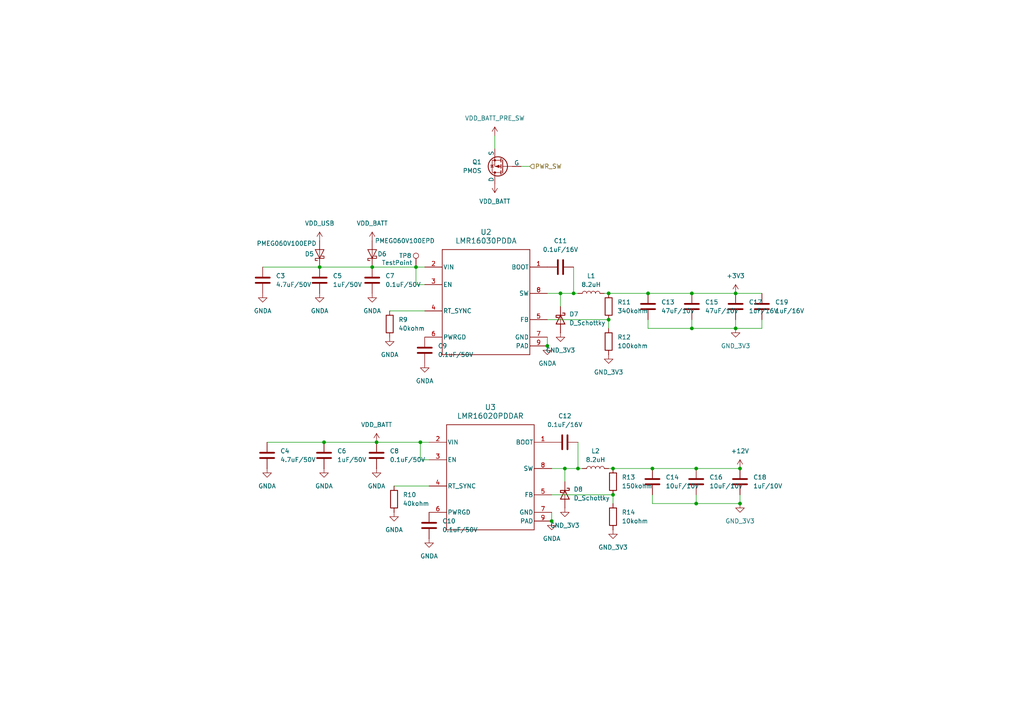
<source format=kicad_sch>
(kicad_sch (version 20231120) (generator "eeschema") (generator_version "8.0")
  (paper "A4")
  (lib_symbols
    (symbol "Connector:TestPoint" (pin_numbers hide) (pin_names (offset 0.762) hide)
      (property "Reference" "TP" (at 0 6.858 0))
      (property "Value" "TestPoint" (at 0 5.08 0))
      (symbol "TestPoint_0_1"
        (circle (center 0 3.302) (radius 0.762))
      )
      (symbol "TestPoint_1_1"
        (pin passive line (at 0 0 90) (length 2.54) (name "1") (number "1"))
      )
    )
    (symbol "Device:C" (pin_numbers hide) (pin_names (offset 0.254))
      (property "Reference" "C" (at 0.635 2.54 0))
      (property "Value" "C" (at 0.635 -2.54 0))
      (symbol "C_0_1"
        (polyline (pts (xy -2.032 -0.762) (xy 2.032 -0.762)) (stroke (width 0.508)))
        (polyline (pts (xy -2.032 0.762) (xy 2.032 0.762)) (stroke (width 0.508)))
      )
      (symbol "C_1_1"
        (pin passive line (at 0 3.81 270) (length 2.794) (name "~") (number "1"))
        (pin passive line (at 0 -3.81 90) (length 2.794) (name "~") (number "2"))
      )
    )
    (symbol "Device:D_Schottky" (pin_numbers hide) (pin_names (offset 1.016) hide)
      (property "Reference" "D" (at 0 2.54 0))
      (property "Value" "D_Schottky" (at 0 -2.54 0))
      (symbol "D_Schottky_0_1"
        (polyline (pts (xy 1.27 0) (xy -1.27 0)))
        (polyline (pts (xy 1.27 1.27) (xy 1.27 -1.27) (xy -1.27 0) (xy 1.27 1.27)) (stroke (width 0.254)))
        (polyline (pts (xy -1.905 0.635) (xy -1.905 1.27) (xy -1.27 1.27) (xy -1.27 -1.27) (xy -0.635 -1.27) (xy -0.635 -0.635)) (stroke (width 0.254)))
      )
      (symbol "D_Schottky_1_1"
        (pin passive line (at -3.81 0 0) (length 2.54) (name "K") (number "1"))
        (pin passive line (at 3.81 0 180) (length 2.54) (name "A") (number "2"))
      )
    )
    (symbol "Device:L" (pin_numbers hide) (pin_names (offset 1.016) hide)
      (property "Reference" "L" (at -1.27 0 90))
      (property "Value" "L" (at 1.905 0 90))
      (symbol "L_0_1"
        (arc (start 0 -2.54) (mid 0.6323 -1.905) (end 0 -1.27))
        (arc (start 0 -1.27) (mid 0.6323 -0.635) (end 0 0))
        (arc (start 0 0) (mid 0.6323 0.635) (end 0 1.27))
        (arc (start 0 1.27) (mid 0.6323 1.905) (end 0 2.54))
      )
      (symbol "L_1_1"
        (pin passive line (at 0 3.81 270) (length 1.27) (name "1") (number "1"))
        (pin passive line (at 0 -3.81 90) (length 1.27) (name "2") (number "2"))
      )
    )
    (symbol "Device:R" (pin_numbers hide) (pin_names (offset 0))
      (property "Reference" "R" (at 2.032 0 90))
      (property "Value" "R" (at 0 0 90))
      (symbol "R_0_1"
        (rectangle (start -1.016 -2.54) (end 1.016 2.54) (stroke (width 0.254)))
      )
      (symbol "R_1_1"
        (pin passive line (at 0 3.81 270) (length 1.27) (name "~") (number "1"))
        (pin passive line (at 0 -3.81 90) (length 1.27) (name "~") (number "2"))
      )
    )
    (symbol "Diode:PMEG060V100EPD" (pin_numbers hide) (pin_names hide)
      (property "Reference" "D" (at 0 2.54 0))
      (property "Value" "PMEG060V100EPD" (at 0 -2.54 0))
      (symbol "PMEG060V100EPD_0_1"
        (polyline (pts (xy 1.27 0) (xy -1.27 0)))
        (polyline (pts (xy 1.27 1.27) (xy 1.27 -1.27) (xy -1.27 0) (xy 1.27 1.27)) (stroke (width 0.2032)))
        (polyline (pts (xy -1.905 0.635) (xy -1.905 1.27) (xy -1.27 1.27) (xy -1.27 -1.27) (xy -0.635 -1.27) (xy -0.635 -0.635)) (stroke (width 0.2032)))
      )
      (symbol "PMEG060V100EPD_1_1"
        (pin passive line (at 3.81 0 180) (length 2.54) (name "A") (number "1"))
        (pin passive line (at 3.81 0 180) (length 2.54) hide (name "A") (number "2"))
        (pin passive line (at -3.81 0 0) (length 2.54) (name "K") (number "3"))
      )
    )
    (symbol "LMR16020PDDAR:LMR16020PDDAR" (pin_names (offset 0.254))
      (property "Reference" "U" (at 0 2.54 0))
      (property "Value" "LMR16020PDDAR" (at 0 0 0))
      (symbol "LMR16020PDDAR_0_1"
        (polyline (pts (xy -12.7 -15.24) (xy 12.7 -15.24)) (stroke (width 0.2032)))
        (polyline (pts (xy -12.7 15.24) (xy -12.7 -15.24)) (stroke (width 0.2032)))
        (polyline (pts (xy 12.7 -15.24) (xy 12.7 15.24)) (stroke (width 0.2032)))
        (polyline (pts (xy 12.7 15.24) (xy -12.7 15.24)) (stroke (width 0.2032)))
        (pin unspecified line (at 17.78 10.16 180) (length 5.08) (name "BOOT") (number "1"))
        (pin power_in line (at -17.78 10.16 0) (length 5.08) (name "VIN") (number "2"))
        (pin input line (at -17.78 5.08 0) (length 5.08) (name "EN") (number "3"))
        (pin unspecified line (at -17.78 -2.54 0) (length 5.08) (name "RT_SYNC") (number "4"))
        (pin input line (at 17.78 -5.08 180) (length 5.08) (name "FB") (number "5"))
        (pin output line (at -17.78 -10.16 0) (length 5.08) (name "PWRGD") (number "6"))
        (pin power_in line (at 17.78 -10.16 180) (length 5.08) (name "GND") (number "7"))
        (pin power_in line (at 17.78 2.54 180) (length 5.08) (name "SW") (number "8"))
        (pin power_in line (at 17.78 -12.7 180) (length 5.08) (name "PAD") (number "9"))
      )
    )
    (symbol "LMR16030PDDA:LMR16030PDDA" (pin_names (offset 0.254))
      (property "Reference" "U" (at 0 2.54 0))
      (property "Value" "LMR16030PDDA" (at 0 0 0))
      (symbol "LMR16030PDDA_0_1"
        (polyline (pts (xy -12.7 -15.24) (xy 12.7 -15.24)) (stroke (width 0.2032)))
        (polyline (pts (xy -12.7 15.24) (xy -12.7 -15.24)) (stroke (width 0.2032)))
        (polyline (pts (xy 12.7 -15.24) (xy 12.7 15.24)) (stroke (width 0.2032)))
        (polyline (pts (xy 12.7 15.24) (xy -12.7 15.24)) (stroke (width 0.2032)))
        (pin unspecified line (at 17.78 10.16 180) (length 5.08) (name "BOOT") (number "1"))
        (pin power_in line (at -17.78 10.16 0) (length 5.08) (name "VIN") (number "2"))
        (pin input line (at -17.78 5.08 0) (length 5.08) (name "EN") (number "3"))
        (pin unspecified line (at -17.78 -2.54 0) (length 5.08) (name "RT_SYNC") (number "4"))
        (pin input line (at 17.78 -5.08 180) (length 5.08) (name "FB") (number "5"))
        (pin output line (at -17.78 -10.16 0) (length 5.08) (name "PWRGD") (number "6"))
        (pin power_in line (at 17.78 -10.16 180) (length 5.08) (name "GND") (number "7"))
        (pin power_in line (at 17.78 2.54 180) (length 5.08) (name "SW") (number "8"))
        (pin power_in line (at 17.78 -12.7 180) (length 5.08) (name "PAD") (number "9"))
      )
    )
    (symbol "Simulation_SPICE:PMOS" (pin_numbers hide) (pin_names (offset 0))
      (property "Reference" "Q" (at 5.08 1.27 0))
      (property "Value" "PMOS" (at 5.08 -1.27 0))
      (symbol "PMOS_0_1"
        (polyline (pts (xy 0.254 0) (xy -2.54 0)))
        (polyline (pts (xy 0.254 1.905) (xy 0.254 -1.905)) (stroke (width 0.254)))
        (polyline (pts (xy 0.762 -1.27) (xy 0.762 -2.286)) (stroke (width 0.254)))
        (polyline (pts (xy 0.762 0.508) (xy 0.762 -0.508)) (stroke (width 0.254)))
        (polyline (pts (xy 0.762 2.286) (xy 0.762 1.27)) (stroke (width 0.254)))
        (polyline (pts (xy 2.54 2.54) (xy 2.54 1.778)))
        (polyline (pts (xy 2.54 -2.54) (xy 2.54 0) (xy 0.762 0)))
        (polyline (pts (xy 0.762 1.778) (xy 3.302 1.778) (xy 3.302 -1.778) (xy 0.762 -1.778)))
        (polyline (pts (xy 2.286 0) (xy 1.27 0.381) (xy 1.27 -0.381) (xy 2.286 0)) (fill (type outline)))
        (polyline (pts (xy 2.794 -0.508) (xy 2.921 -0.381) (xy 3.683 -0.381) (xy 3.81 -0.254)))
        (polyline (pts (xy 3.302 -0.381) (xy 2.921 0.254) (xy 3.683 0.254) (xy 3.302 -0.381)))
        (circle (center 1.651 0) (radius 2.794) (stroke (width 0.254)))
        (circle (center 2.54 -1.778) (radius 0.254) (fill (type outline)))
        (circle (center 2.54 1.778) (radius 0.254) (fill (type outline)))
      )
      (symbol "PMOS_1_1"
        (pin passive line (at 2.54 5.08 270) (length 2.54) (name "D") (number "1"))
        (pin input line (at -5.08 0 0) (length 2.54) (name "G") (number "2"))
        (pin passive line (at 2.54 -5.08 90) (length 2.54) (name "S") (number "3"))
      )
    )
    (symbol "power:+3V3" (power) (pin_numbers hide) (pin_names (offset 0) hide)
      (property "Value" "+3V3" (at 0 3.556 0))
      (symbol "+3V3_0_1"
        (polyline (pts (xy -0.762 1.27) (xy 0 2.54)))
        (polyline (pts (xy 0 0) (xy 0 2.54)))
        (polyline (pts (xy 0 2.54) (xy 0.762 1.27)))
      )
      (symbol "+3V3_1_1"
        (pin power_in line (at 0 0 90) (length 0) (name "~") (number "1"))
      )
    )
    (symbol "power:GND" (power) (pin_numbers hide) (pin_names (offset 0) hide)
      (property "Value" "GND" (at 0 -3.81 0))
      (symbol "GND_0_1"
        (polyline (pts (xy 0 0) (xy 0 -1.27) (xy 1.27 -1.27) (xy 0 -2.54) (xy -1.27 -1.27) (xy 0 -1.27)))
      )
      (symbol "GND_1_1"
        (pin power_in line (at 0 0 270) (length 0) (name "~") (number "1"))
      )
    )
    (symbol "power:GNDA" (power) (pin_numbers hide) (pin_names (offset 0) hide)
      (property "Value" "GNDA" (at 0 -3.81 0))
      (symbol "GNDA_0_1"
        (polyline (pts (xy 0 0) (xy 0 -1.27) (xy 1.27 -1.27) (xy 0 -2.54) (xy -1.27 -1.27) (xy 0 -1.27)))
      )
      (symbol "GNDA_1_1"
        (pin power_in line (at 0 0 270) (length 0) (name "~") (number "1"))
      )
    )
  )
  (junction (at 214.63 135.89))
  (junction (at 176.53 92.71))
  (junction (at 176.53 85.09))
  (junction (at 163.83 135.89))
  (junction (at 93.98 128.27))
  (junction (at 201.93 146.05))
  (junction (at 200.66 85.09))
  (junction (at 177.8 135.89))
  (junction (at 213.36 85.09))
  (junction (at 177.8 143.51))
  (junction (at 158.75 100.33))
  (junction (at 187.96 85.09))
  (junction (at 214.63 146.05))
  (junction (at 189.23 135.89))
  (junction (at 162.56 85.09))
  (junction (at 160.02 151.13))
  (junction (at 200.66 95.25))
  (junction (at 167.64 135.89))
  (junction (at 107.95 77.47))
  (junction (at 109.22 128.27))
  (junction (at 92.71 77.47))
  (junction (at 213.36 95.25))
  (junction (at 201.93 135.89))
  (junction (at 120.65 77.47))
  (junction (at 166.37 85.09))
  (junction (at 121.92 128.27))
  (wire (pts (xy 177.8 143.51) (xy 177.8 146.05)))
  (wire (pts (xy 175.26 85.09) (xy 176.53 85.09)))
  (wire (pts (xy 189.23 135.89) (xy 201.93 135.89)))
  (wire (pts (xy 123.19 82.55) (xy 120.65 82.55)))
  (wire (pts (xy 176.53 92.71) (xy 176.53 95.25)))
  (wire (pts (xy 121.92 133.35) (xy 121.92 128.27)))
  (wire (pts (xy 167.64 85.09) (xy 166.37 85.09)))
  (wire (pts (xy 187.96 85.09) (xy 200.66 85.09)))
  (wire (pts (xy 201.93 143.51) (xy 201.93 146.05)))
  (wire (pts (xy 76.2 77.47) (xy 92.71 77.47)))
  (wire (pts (xy 187.96 95.25) (xy 187.96 92.71)))
  (wire (pts (xy 168.91 135.89) (xy 167.64 135.89)))
  (wire (pts (xy 160.02 148.59) (xy 160.02 151.13)))
  (wire (pts (xy 77.47 128.27) (xy 93.98 128.27)))
  (wire (pts (xy 109.22 128.27) (xy 121.92 128.27)))
  (wire (pts (xy 120.65 77.47) (xy 123.19 77.47)))
  (wire (pts (xy 200.66 85.09) (xy 213.36 85.09)))
  (wire (pts (xy 92.71 77.47) (xy 107.95 77.47)))
  (wire (pts (xy 220.98 92.71) (xy 220.98 95.25)))
  (wire (pts (xy 201.93 135.89) (xy 214.63 135.89)))
  (wire (pts (xy 120.65 82.55) (xy 120.65 77.47)))
  (wire (pts (xy 162.56 85.09) (xy 158.75 85.09)))
  (wire (pts (xy 177.8 135.89) (xy 189.23 135.89)))
  (wire (pts (xy 220.98 95.25) (xy 213.36 95.25)))
  (wire (pts (xy 176.53 85.09) (xy 187.96 85.09)))
  (wire (pts (xy 160.02 143.51) (xy 177.8 143.51)))
  (wire (pts (xy 189.23 146.05) (xy 201.93 146.05)))
  (wire (pts (xy 214.63 146.05) (xy 201.93 146.05)))
  (wire (pts (xy 187.96 95.25) (xy 200.66 95.25)))
  (wire (pts (xy 213.36 95.25) (xy 200.66 95.25)))
  (wire (pts (xy 121.92 128.27) (xy 124.46 128.27)))
  (wire (pts (xy 176.53 135.89) (xy 177.8 135.89)))
  (wire (pts (xy 214.63 143.51) (xy 214.63 146.05)))
  (wire (pts (xy 166.37 77.47) (xy 166.37 85.09)))
  (wire (pts (xy 167.64 128.27) (xy 167.64 135.89)))
  (wire (pts (xy 158.75 97.79) (xy 158.75 100.33)))
  (wire (pts (xy 153.67 48.26) (xy 151.13 48.26)))
  (wire (pts (xy 200.66 92.71) (xy 200.66 95.25)))
  (wire (pts (xy 163.83 135.89) (xy 160.02 135.89)))
  (wire (pts (xy 163.83 135.89) (xy 163.83 139.7)))
  (wire (pts (xy 114.3 140.97) (xy 124.46 140.97)))
  (wire (pts (xy 143.51 39.37) (xy 143.51 43.18)))
  (wire (pts (xy 167.64 135.89) (xy 163.83 135.89)))
  (wire (pts (xy 166.37 85.09) (xy 162.56 85.09)))
  (wire (pts (xy 124.46 133.35) (xy 121.92 133.35)))
  (wire (pts (xy 189.23 146.05) (xy 189.23 143.51)))
  (wire (pts (xy 213.36 92.71) (xy 213.36 95.25)))
  (wire (pts (xy 158.75 92.71) (xy 176.53 92.71)))
  (wire (pts (xy 113.03 90.17) (xy 123.19 90.17)))
  (wire (pts (xy 107.95 77.47) (xy 120.65 77.47)))
  (wire (pts (xy 162.56 85.09) (xy 162.56 88.9)))
  (wire (pts (xy 93.98 128.27) (xy 109.22 128.27)))
  (wire (pts (xy 213.36 85.09) (xy 220.98 85.09)))
  (hierarchical_label "PWR_SW" (shape input) (at 153.67 48.26 0))
  (symbol (lib_id "power:+3V3") (at 109.22 128.27 0) (unit 1)
    (property "Reference" "#PWR063" (effects (hide yes)))
    (property "Value" "VDD_BATT" (at 109.22 123.19 0))
    (property "Description" "Power symbol creates a global label with name \"+3V3\"" (effects (hide yes)))
  )
  (symbol (lib_id "Device:C") (at 123.19 101.6 0) (unit 1)
    (property "Reference" "C9" (at 127 100.3299 0) (effects (justify left)))
    (property "Value" "0.1uF/50V" (at 127 102.8699 0) (effects (justify left)))
    (property "Footprint" "Capacitor_SMD:C_0603_1608Metric" (effects (hide yes)))
    (property "Description" "Unpolarized capacitor" (effects (hide yes)))
    (property "MANUF_PN" "C0603C104K5RAC7411" (effects (hide yes)))
  )
  (symbol (lib_id "Device:C") (at 163.83 128.27 270) (unit 1)
    (property "Reference" "C12" (at 163.83 120.65 90))
    (property "Value" "0.1uF/16V" (at 163.83 123.19 90))
    (property "Footprint" "Capacitor_SMD:C_0603_1608Metric" (effects (hide yes)))
    (property "Description" "Unpolarized capacitor" (effects (hide yes)))
    (property "MANUF_PN" "C0603C104K5RAC7411" (effects (hide yes)))
  )
  (symbol (lib_id "power:GNDA") (at 93.98 135.89 0) (unit 1)
    (property "Reference" "#PWR060" (effects (hide yes)))
    (property "Value" "GNDA" (at 93.98 140.97 0))
    (property "Description" "Power symbol creates a global label with name \"GNDA\" , analog ground" (effects (hide yes)))
  )
  (symbol (lib_id "power:GNDA") (at 124.46 156.21 0) (unit 1)
    (property "Reference" "#PWR068" (effects (hide yes)))
    (property "Value" "GNDA" (at 124.46 161.29 0))
    (property "Description" "Power symbol creates a global label with name \"GNDA\" , analog ground" (effects (hide yes)))
  )
  (symbol (lib_id "Device:R") (at 113.03 93.98 0) (unit 1)
    (property "Reference" "R9" (at 115.57 92.7099 0) (effects (justify left)))
    (property "Value" "40kohm" (at 115.57 95.2499 0) (effects (justify left)))
    (property "Footprint" "Resistor_SMD:R_0603_1608Metric" (effects (hide yes)))
    (property "Description" "Resistor" (effects (hide yes)))
    (property "MANUF_PN" "RT0603BRD0740KL" (effects (hide yes)))
  )
  (symbol (lib_id "power:GND") (at 177.8 153.67 0) (unit 1)
    (property "Reference" "#PWR076" (effects (hide yes)))
    (property "Value" "GND_3V3" (at 177.8 158.75 0))
    (property "Description" "Power symbol creates a global label with name \"GND\" , ground" (effects (hide yes)))
  )
  (symbol (lib_id "power:GND") (at 162.56 96.52 0) (unit 1)
    (property "Reference" "#PWR073" (effects (hide yes)))
    (property "Value" "GND_3V3" (at 162.56 101.6 0))
    (property "Description" "Power symbol creates a global label with name \"GND\" , ground" (effects (hide yes)))
  )
  (symbol (lib_id "Device:R") (at 176.53 88.9 180) (unit 1)
    (property "Reference" "R11" (at 179.07 87.6299 0) (effects (justify right)))
    (property "Value" "340kohm" (at 179.07 90.1699 0) (effects (justify right)))
    (property "Footprint" "Resistor_SMD:R_0603_1608Metric" (effects (hide yes)))
    (property "Description" "Resistor" (effects (hide yes)))
    (property "MANUF_PN" "RMCF0603FT340K" (effects (hide yes)))
  )
  (symbol (lib_id "Device:D_Schottky") (at 162.56 92.71 270) (unit 1)
    (property "Reference" "D7" (at 165.1 91.1224 90) (effects (justify left)))
    (property "Value" "D_Schottky" (at 165.1 93.6624 90) (effects (justify left)))
    (property "Footprint" "Diode_SMD:Nexperia_CFP3_SOD-123W" (effects (hide yes)))
    (property "Description" "Schottky diode" (effects (hide yes)))
    (property "MANUF_PN" "PMEG60T30ELR-QX" (effects (hide yes)))
  )
  (symbol (lib_id "Connector:TestPoint") (at 120.65 77.47 0) (unit 1)
    (property "Reference" "TP8" (at 119.38 74.168 0) (effects (justify right)))
    (property "Value" "TestPoint" (at 119.634 76.2 0) (effects (justify right)))
    (property "Footprint" "Connector_PinHeader_2.54mm:PinHeader_1x02_P2.54mm_Vertical" (effects (hide yes)))
    (property "Description" "test point" (effects (hide yes)))
    (property "MANUF_PN" "N/A" (effects (hide yes)))
  )
  (symbol (lib_id "power:GND") (at 214.63 146.05 0) (unit 1)
    (property "Reference" "#PWR080" (effects (hide yes)))
    (property "Value" "GND_3V3" (at 214.63 151.13 0))
    (property "Description" "Power symbol creates a global label with name \"GND\" , ground" (effects (hide yes)))
  )
  (symbol (lib_id "power:+3V3") (at 213.36 85.09 0) (unit 1)
    (property "Reference" "#PWR077" (effects (hide yes)))
    (property "Value" "+3V3" (at 213.36 80.01 0))
    (property "Description" "Power symbol creates a global label with name \"+3V3\"" (effects (hide yes)))
  )
  (symbol (lib_id "Device:L") (at 171.45 85.09 90) (unit 1)
    (property "Reference" "L1" (at 171.45 80.01 90))
    (property "Value" "8.2uH" (at 171.45 82.55 90))
    (property "Footprint" "Inductor_SMD:L_Wuerth_MAPI-4030" (effects (hide yes)))
    (property "Datasheet" "74438357082" (effects (hide yes)))
    (property "Description" "Inductor" (effects (hide yes)))
    (property "MANUF_PN" "74438357082" (effects (hide yes)))
  )
  (symbol (lib_id "Device:D_Schottky") (at 163.83 143.51 270) (unit 1)
    (property "Reference" "D8" (at 166.37 141.9224 90) (effects (justify left)))
    (property "Value" "D_Schottky" (at 166.37 144.4624 90) (effects (justify left)))
    (property "Footprint" "Diode_SMD:Nexperia_CFP3_SOD-123W" (effects (hide yes)))
    (property "Description" "Schottky diode" (effects (hide yes)))
    (property "MANUF_PN" "PMEG60T30ELR-QX" (effects (hide yes)))
  )
  (symbol (lib_id "Device:C") (at 200.66 88.9 0) (unit 1)
    (property "Reference" "C15" (at 204.47 87.6299 0) (effects (justify left)))
    (property "Value" "47uF/10V" (at 204.47 90.1699 0) (effects (justify left)))
    (property "Footprint" "Capacitor_SMD:C_1210_3225Metric" (effects (hide yes)))
    (property "Datasheet" "C3225X7S1H106M250AB" (effects (hide yes)))
    (property "Description" "Unpolarized capacitor" (effects (hide yes)))
    (property "MANUF_PN" "LMK325B7476MM-PR" (effects (hide yes)))
  )
  (symbol (lib_id "Device:R") (at 177.8 139.7 180) (unit 1)
    (property "Reference" "R13" (at 180.34 138.4299 0) (effects (justify right)))
    (property "Value" "150kohm" (at 180.34 140.9699 0) (effects (justify right)))
    (property "Footprint" "Resistor_SMD:R_0603_1608Metric" (effects (hide yes)))
    (property "Description" "Resistor" (effects (hide yes)))
    (property "MANUF_PN" "RMCF0603FG150K" (effects (hide yes)))
  )
  (symbol (lib_id "Device:C") (at 213.36 88.9 0) (unit 1)
    (property "Reference" "C17" (at 217.17 87.6299 0) (effects (justify left)))
    (property "Value" "1uF/16V" (at 217.17 90.1699 0) (effects (justify left)))
    (property "Footprint" "Capacitor_SMD:C_0603_1608Metric" (effects (hide yes)))
    (property "Description" "Unpolarized capacitor" (effects (hide yes)))
    (property "MANUF_PN" "CL10B105KO8NNNC" (effects (hide yes)))
  )
  (symbol (lib_id "power:GNDA") (at 158.75 100.33 0) (unit 1)
    (property "Reference" "#PWR071" (effects (hide yes)))
    (property "Value" "GNDA" (at 158.75 105.41 0))
    (property "Description" "Power symbol creates a global label with name \"GNDA\" , analog ground" (effects (hide yes)))
  )
  (symbol (lib_id "Device:C") (at 76.2 81.28 0) (unit 1)
    (property "Reference" "C3" (at 80.01 80.0099 0) (effects (justify left)))
    (property "Value" "4.7uF/50V" (at 80.01 82.5499 0) (effects (justify left)))
    (property "Footprint" "Capacitor_SMD:C_1210_3225Metric" (effects (hide yes)))
    (property "Description" "Unpolarized capacitor" (effects (hide yes)))
    (property "MANUF_PN" "CL32B475KCVZW6E" (effects (hide yes)))
  )
  (symbol (lib_id "power:GNDA") (at 113.03 97.79 0) (unit 1)
    (property "Reference" "#PWR065" (effects (hide yes)))
    (property "Value" "GNDA" (at 113.03 102.87 0))
    (property "Description" "Power symbol creates a global label with name \"GNDA\" , analog ground" (effects (hide yes)))
  )
  (symbol (lib_id "Device:C") (at 214.63 139.7 0) (unit 1)
    (property "Reference" "C18" (at 218.44 138.4299 0) (effects (justify left)))
    (property "Value" "1uF/10V" (at 218.44 140.9699 0) (effects (justify left)))
    (property "Footprint" "Capacitor_SMD:C_0603_1608Metric" (effects (hide yes)))
    (property "Description" "Unpolarized capacitor" (effects (hide yes)))
    (property "MANUF_PN" "CL10B105KO8NNNC" (effects (hide yes)))
  )
  (symbol (lib_id "Device:C") (at 92.71 81.28 0) (unit 1)
    (property "Reference" "C5" (at 96.52 80.0099 0) (effects (justify left)))
    (property "Value" "1uF/50V" (at 96.52 82.5499 0) (effects (justify left)))
    (property "Footprint" "Capacitor_SMD:C_0603_1608Metric" (effects (hide yes)))
    (property "Description" "Unpolarized capacitor" (effects (hide yes)))
    (property "MANUF_PN" "GRM188D72A105KE01D" (effects (hide yes)))
  )
  (symbol (lib_id "power:+3V3") (at 143.51 39.37 0) (unit 1)
    (property "Reference" "#PWR069" (effects (hide yes)))
    (property "Value" "VDD_BATT_PRE_SW" (at 143.51 34.29 0))
    (property "Description" "Power symbol creates a global label with name \"+3V3\"" (effects (hide yes)))
  )
  (symbol (lib_id "Device:C") (at 109.22 132.08 0) (unit 1)
    (property "Reference" "C8" (at 113.03 130.8099 0) (effects (justify left)))
    (property "Value" "0.1uF/50V" (at 113.03 133.3499 0) (effects (justify left)))
    (property "Footprint" "Capacitor_SMD:C_0603_1608Metric" (effects (hide yes)))
    (property "Description" "Unpolarized capacitor" (effects (hide yes)))
    (property "MANUF_PN" "C0603C104K5RAC7411" (effects (hide yes)))
  )
  (symbol (lib_id "LMR16020PDDAR:LMR16020PDDAR") (at 142.24 138.43 0) (unit 1)
    (property "Reference" "U3" (at 142.24 118.11 0) (effects (font (size 1.524 1.524))))
    (property "Value" "LMR16020PDDAR" (at 142.24 120.65 0) (effects (font (size 1.524 1.524))))
    (property "Footprint" "footprints:DDA0008E_N" (effects (hide yes)))
    (property "Datasheet" "LMR16020PDDAR" (effects (hide yes)))
    (property "MANUF_PN" "LMR16020PDDAR" (effects (hide yes)))
  )
  (symbol (lib_id "Device:C") (at 93.98 132.08 0) (unit 1)
    (property "Reference" "C6" (at 97.79 130.8099 0) (effects (justify left)))
    (property "Value" "1uF/50V" (at 97.79 133.3499 0) (effects (justify left)))
    (property "Footprint" "Capacitor_SMD:C_0603_1608Metric" (effects (hide yes)))
    (property "Description" "Unpolarized capacitor" (effects (hide yes)))
    (property "MANUF_PN" "GRM188D72A105KE01D" (effects (hide yes)))
  )
  (symbol (lib_id "Device:C") (at 187.96 88.9 0) (unit 1)
    (property "Reference" "C13" (at 191.77 87.6299 0) (effects (justify left)))
    (property "Value" "47uF/10V" (at 191.77 90.1699 0) (effects (justify left)))
    (property "Footprint" "Capacitor_SMD:C_1210_3225Metric" (effects (hide yes)))
    (property "Datasheet" "C3225X7S1H106M250AB" (effects (hide yes)))
    (property "Description" "Unpolarized capacitor" (effects (hide yes)))
    (property "MANUF_PN" "LMK325B7476MM-PR" (effects (hide yes)))
  )
  (symbol (lib_id "power:GNDA") (at 123.19 105.41 0) (unit 1)
    (property "Reference" "#PWR067" (effects (hide yes)))
    (property "Value" "GNDA" (at 123.19 110.49 0))
    (property "Description" "Power symbol creates a global label with name \"GNDA\" , analog ground" (effects (hide yes)))
  )
  (symbol (lib_id "Device:R") (at 114.3 144.78 0) (unit 1)
    (property "Reference" "R10" (at 116.84 143.5099 0) (effects (justify left)))
    (property "Value" "40kohm" (at 116.84 146.0499 0) (effects (justify left)))
    (property "Footprint" "Resistor_SMD:R_0603_1608Metric" (effects (hide yes)))
    (property "Description" "Resistor" (effects (hide yes)))
    (property "MANUF_PN" "RT0603BRD0740KL" (effects (hide yes)))
  )
  (symbol (lib_id "power:GNDA") (at 76.2 85.09 0) (unit 1)
    (property "Reference" "#PWR056" (effects (hide yes)))
    (property "Value" "GNDA" (at 76.2 90.17 0))
    (property "Description" "Power symbol creates a global label with name \"GNDA\" , analog ground" (effects (hide yes)))
  )
  (symbol (lib_id "power:GNDA") (at 160.02 151.13 0) (unit 1)
    (property "Reference" "#PWR072" (effects (hide yes)))
    (property "Value" "GNDA" (at 160.02 156.21 0))
    (property "Description" "Power symbol creates a global label with name \"GNDA\" , analog ground" (effects (hide yes)))
  )
  (symbol (lib_id "Device:L") (at 172.72 135.89 90) (unit 1)
    (property "Reference" "L2" (at 172.72 130.81 90))
    (property "Value" "8.2uH" (at 172.72 133.35 90))
    (property "Footprint" "Inductor_SMD:L_Wuerth_MAPI-4030" (effects (hide yes)))
    (property "Datasheet" "74438357082" (effects (hide yes)))
    (property "Description" "Inductor" (effects (hide yes)))
    (property "MANUF_PN" "74438357082" (effects (hide yes)))
  )
  (symbol (lib_id "power:GNDA") (at 109.22 135.89 0) (unit 1)
    (property "Reference" "#PWR064" (effects (hide yes)))
    (property "Value" "GNDA" (at 109.22 140.97 0))
    (property "Description" "Power symbol creates a global label with name \"GNDA\" , analog ground" (effects (hide yes)))
  )
  (symbol (lib_id "Simulation_SPICE:PMOS") (at 146.05 48.26 180) (unit 1)
    (property "Reference" "Q1" (at 139.7 46.9899 0) (effects (justify left)))
    (property "Value" "PMOS" (at 139.7 49.5299 0) (effects (justify left)))
    (property "Footprint" "Package_TO_SOT_THT:TO-220-3_Horizontal_TabDown" (effects (hide yes)))
    (property "Datasheet" "https://ngspice.sourceforge.io/docs/ngspice-html-manual/manual.xhtml#cha_MOSFETs" (effects (hide yes)))
    (property "Description" "P-MOSFET transistor, drain/source/gate" (effects (hide yes)))
    (property "Sim.Device" "PMOS" (effects (hide yes)))
    (property "Sim.Type" "VDMOS" (effects (hide yes)))
    (property "Sim.Pins" "1=D 2=G 3=S" (effects (hide yes)))
    (property "MANUF_PN" "SPP80P06PHXKSA1" (effects (hide yes)))
  )
  (symbol (lib_id "Device:C") (at 189.23 139.7 0) (unit 1)
    (property "Reference" "C14" (at 193.04 138.4299 0) (effects (justify left)))
    (property "Value" "10uF/10V" (at 193.04 140.9699 0) (effects (justify left)))
    (property "Footprint" "Capacitor_SMD:C_0603_1608Metric" (effects (hide yes)))
    (property "Datasheet" "C3225X7S1H106M250AB" (effects (hide yes)))
    (property "Description" "Unpolarized capacitor" (effects (hide yes)))
    (property "MANUF_PN" "CL10A106KP8NNNC" (effects (hide yes)))
  )
  (symbol (lib_id "Device:C") (at 162.56 77.47 270) (unit 1)
    (property "Reference" "C11" (at 162.56 69.85 90))
    (property "Value" "0.1uF/16V" (at 162.56 72.39 90))
    (property "Footprint" "Capacitor_SMD:C_0603_1608Metric" (effects (hide yes)))
    (property "Description" "Unpolarized capacitor" (effects (hide yes)))
    (property "MANUF_PN" "C0603C104K5RAC7411" (effects (hide yes)))
  )
  (symbol (lib_id "Device:C") (at 220.98 88.9 0) (unit 1)
    (property "Reference" "C19" (at 224.79 87.6299 0) (effects (justify left)))
    (property "Value" "1uF/16V" (at 224.79 90.1699 0) (effects (justify left)))
    (property "Footprint" "Capacitor_SMD:C_0603_1608Metric" (effects (hide yes)))
    (property "Description" "Unpolarized capacitor" (effects (hide yes)))
    (property "MANUF_PN" "CL10B105KO8NNNC" (effects (hide yes)))
  )
  (symbol (lib_id "power:+3V3") (at 92.71 69.85 0) (unit 1)
    (property "Reference" "#PWR058" (effects (hide yes)))
    (property "Value" "VDD_USB" (at 92.71 64.77 0))
    (property "Description" "Power symbol creates a global label with name \"+3V3\"" (effects (hide yes)))
  )
  (symbol (lib_id "power:GNDA") (at 77.47 135.89 0) (unit 1)
    (property "Reference" "#PWR057" (effects (hide yes)))
    (property "Value" "GNDA" (at 77.47 140.97 0))
    (property "Description" "Power symbol creates a global label with name \"GNDA\" , analog ground" (effects (hide yes)))
  )
  (symbol (lib_id "power:GNDA") (at 92.71 85.09 0) (unit 1)
    (property "Reference" "#PWR059" (effects (hide yes)))
    (property "Value" "GNDA" (at 92.71 90.17 0))
    (property "Description" "Power symbol creates a global label with name \"GNDA\" , analog ground" (effects (hide yes)))
  )
  (symbol (lib_id "Device:R") (at 177.8 149.86 180) (unit 1)
    (property "Reference" "R14" (at 180.34 148.5899 0) (effects (justify right)))
    (property "Value" "10kohm" (at 180.34 151.1299 0) (effects (justify right)))
    (property "Footprint" "Resistor_SMD:R_0603_1608Metric" (effects (hide yes)))
    (property "Description" "Resistor" (effects (hide yes)))
    (property "MANUF_PN" "RC0603FR-0710KL" (effects (hide yes)))
  )
  (symbol (lib_id "Device:C") (at 201.93 139.7 0) (unit 1)
    (property "Reference" "C16" (at 205.74 138.4299 0) (effects (justify left)))
    (property "Value" "10uF/10V" (at 205.74 140.9699 0) (effects (justify left)))
    (property "Footprint" "Capacitor_SMD:C_0603_1608Metric" (effects (hide yes)))
    (property "Datasheet" "C3225X7S1H106M250AB" (effects (hide yes)))
    (property "Description" "Unpolarized capacitor" (effects (hide yes)))
    (property "MANUF_PN" "CL10A106KP8NNNC" (effects (hide yes)))
  )
  (symbol (lib_id "Device:C") (at 124.46 152.4 0) (unit 1)
    (property "Reference" "C10" (at 128.27 151.1299 0) (effects (justify left)))
    (property "Value" "0.1uF/50V" (at 128.27 153.6699 0) (effects (justify left)))
    (property "Footprint" "Capacitor_SMD:C_0603_1608Metric" (effects (hide yes)))
    (property "Description" "Unpolarized capacitor" (effects (hide yes)))
    (property "MANUF_PN" "C0603C104K5RAC7411" (effects (hide yes)))
  )
  (symbol (lib_id "power:GNDA") (at 114.3 148.59 0) (unit 1)
    (property "Reference" "#PWR066" (effects (hide yes)))
    (property "Value" "GNDA" (at 114.3 153.67 0))
    (property "Description" "Power symbol creates a global label with name \"GNDA\" , analog ground" (effects (hide yes)))
  )
  (symbol (lib_id "power:GNDA") (at 107.95 85.09 0) (unit 1)
    (property "Reference" "#PWR062" (effects (hide yes)))
    (property "Value" "GNDA" (at 107.95 90.17 0))
    (property "Description" "Power symbol creates a global label with name \"GNDA\" , analog ground" (effects (hide yes)))
  )
  (symbol (lib_id "power:GND") (at 163.83 147.32 0) (unit 1)
    (property "Reference" "#PWR074" (effects (hide yes)))
    (property "Value" "GND_3V3" (at 163.83 152.4 0))
    (property "Description" "Power symbol creates a global label with name \"GND\" , ground" (effects (hide yes)))
  )
  (symbol (lib_id "power:GND") (at 213.36 95.25 0) (unit 1)
    (property "Reference" "#PWR078" (effects (hide yes)))
    (property "Value" "GND_3V3" (at 213.36 100.33 0))
    (property "Description" "Power symbol creates a global label with name \"GND\" , ground" (effects (hide yes)))
  )
  (symbol (lib_id "power:GND") (at 176.53 102.87 0) (unit 1)
    (property "Reference" "#PWR075" (effects (hide yes)))
    (property "Value" "GND_3V3" (at 176.53 107.95 0))
    (property "Description" "Power symbol creates a global label with name \"GND\" , ground" (effects (hide yes)))
  )
  (symbol (lib_id "Device:C") (at 77.47 132.08 0) (unit 1)
    (property "Reference" "C4" (at 81.28 130.8099 0) (effects (justify left)))
    (property "Value" "4.7uF/50V" (at 81.28 133.3499 0) (effects (justify left)))
    (property "Footprint" "Capacitor_SMD:C_1210_3225Metric" (effects (hide yes)))
    (property "Description" "Unpolarized capacitor" (effects (hide yes)))
    (property "MANUF_PN" "CL32B475KCVZW6E" (effects (hide yes)))
  )
  (symbol (lib_id "power:+3V3") (at 143.51 53.34 180) (unit 1)
    (property "Reference" "#PWR070" (effects (hide yes)))
    (property "Value" "VDD_BATT" (at 143.51 58.42 0))
    (property "Description" "Power symbol creates a global label with name \"+3V3\"" (effects (hide yes)))
  )
  (symbol (lib_id "Device:C") (at 107.95 81.28 0) (unit 1)
    (property "Reference" "C7" (at 111.76 80.0099 0) (effects (justify left)))
    (property "Value" "0.1uF/50V" (at 111.76 82.5499 0) (effects (justify left)))
    (property "Footprint" "Capacitor_SMD:C_0603_1608Metric" (effects (hide yes)))
    (property "Description" "Unpolarized capacitor" (effects (hide yes)))
    (property "MANUF_PN" "C0603C104K5RAC7411" (effects (hide yes)))
  )
  (symbol (lib_id "Diode:PMEG060V100EPD") (at 107.95 73.66 90) (unit 1)
    (property "Reference" "D6" (at 109.474 73.66 90) (effects (justify right)))
    (property "Value" "PMEG060V100EPD" (at 108.712 69.85 90) (effects (justify right)))
    (property "Footprint" "Package_TO_SOT_SMD:Nexperia_CFP15_SOT-1289" (effects (hide yes)))
    (property "Datasheet" "https://assets.nexperia.com/documents/data-sheet/PMEG060V100EPD.pdf" (effects (hide yes)))
    (property "Description" "60V, 10A low Vf MEGA Schottky barrier rectifier, SOT-1289" (effects (hide yes)))
    (property "MANUF_PN" "PMEG060V100EPDZ" (effects (hide yes)))
  )
  (symbol (lib_id "Device:R") (at 176.53 99.06 180) (unit 1)
    (property "Reference" "R12" (at 179.07 97.7899 0) (effects (justify right)))
    (property "Value" "100kohm" (at 179.07 100.3299 0) (effects (justify right)))
    (property "Footprint" "Resistor_SMD:R_0603_1608Metric" (effects (hide yes)))
    (property "Description" "Resistor" (effects (hide yes)))
    (property "MANUF_PN" "RMCF0603FT100K" (effects (hide yes)))
  )
  (symbol (lib_id "Diode:PMEG060V100EPD") (at 92.71 73.66 90) (unit 1)
    (property "Reference" "D5" (at 88.392 73.66 90) (effects (justify right)))
    (property "Value" "PMEG060V100EPD" (at 74.422 70.612 90) (effects (justify right)))
    (property "Footprint" "Package_TO_SOT_SMD:Nexperia_CFP15_SOT-1289" (effects (hide yes)))
    (property "Datasheet" "https://assets.nexperia.com/documents/data-sheet/PMEG060V100EPD.pdf" (effects (hide yes)))
    (property "Description" "60V, 10A low Vf MEGA Schottky barrier rectifier, SOT-1289" (effects (hide yes)))
    (property "MANUF_PN" "PMEG060V100EPDZ" (effects (hide yes)))
  )
  (symbol (lib_id "power:+3V3") (at 214.63 135.89 0) (unit 1)
    (property "Reference" "#PWR079" (effects (hide yes)))
    (property "Value" "+12V" (at 214.63 130.81 0))
    (property "Description" "Power symbol creates a global label with name \"+3V3\"" (effects (hide yes)))
  )
  (symbol (lib_id "power:+3V3") (at 107.95 69.85 0) (unit 1)
    (property "Reference" "#PWR061" (effects (hide yes)))
    (property "Value" "VDD_BATT" (at 107.95 64.77 0))
    (property "Description" "Power symbol creates a global label with name \"+3V3\"" (effects (hide yes)))
  )
  (symbol (lib_id "LMR16030PDDA:LMR16030PDDA") (at 140.97 87.63 0) (unit 1)
    (property "Reference" "U2" (at 140.97 67.31 0) (effects (font (size 1.524 1.524))))
    (property "Value" "LMR16030PDDA" (at 140.97 69.85 0) (effects (font (size 1.524 1.524))))
    (property "Footprint" "DDA0008E_N" (effects (hide yes)))
    (property "Datasheet" "LMR16030PDDA" (effects (hide yes)))
    (property "MANUF_PN" "LMR16030PDDA" (effects (hide yes)))
  )
)
</source>
